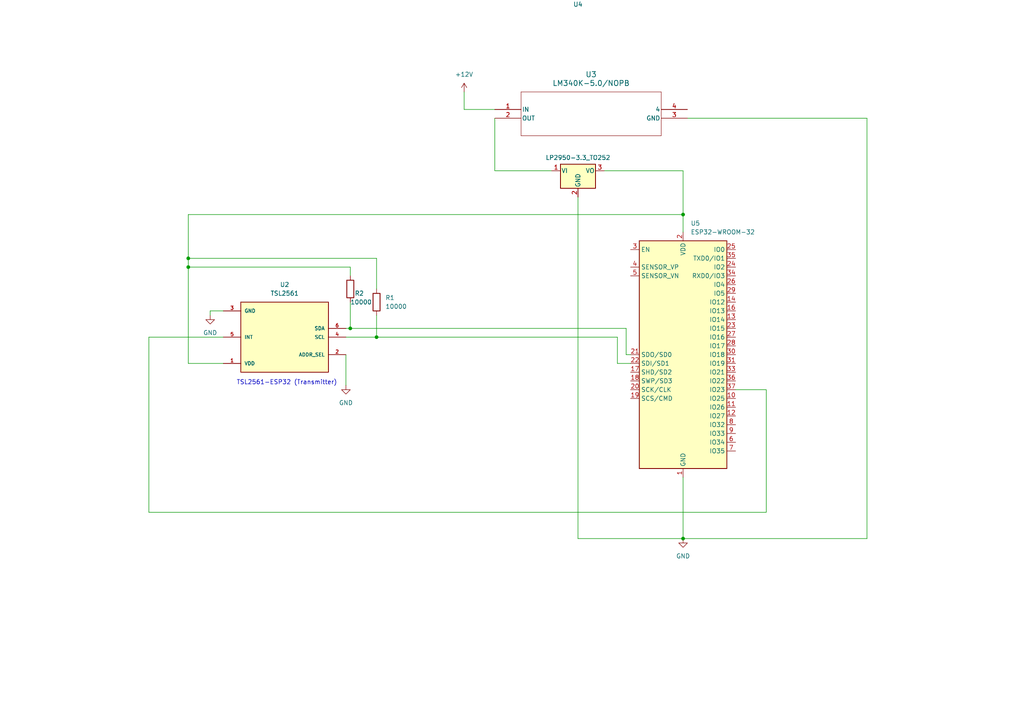
<source format=kicad_sch>
(kicad_sch (version 20230121) (generator eeschema)
  (paper "A4")
  (lib_symbols
    (symbol "Device:R" (pin_numbers hide) (pin_names (offset 0))
      (property "Reference" "R" (at 2.032 0 90))
      (property "Value" "R" (at 0 0 90))
      (symbol "R_0_1"
        (rectangle (start -1.016 -2.54) (end 1.016 2.54) (stroke (width 0.254)))
      )
      (symbol "R_1_1"
        (pin passive line (at 0 3.81 270) (length 1.27) (name "~") (number "1"))
        (pin passive line (at 0 -3.81 90) (length 1.27) (name "~") (number "2"))
      )
    )
    (symbol "LM340K_5:LM340K-5.0_NOPB" (pin_names (offset 0.254))
      (property "Reference" "U" (at 27.94 10.16 0))
      (property "Value" "LM340K-5.0/NOPB" (at 27.94 7.62 0))
      (symbol "LM340K-5.0_NOPB_1_1"
        (polyline (pts (xy 7.62 -7.62) (xy 48.26 -7.62)) (stroke (width 0.127)))
        (polyline (pts (xy 7.62 5.08) (xy 7.62 -7.62)) (stroke (width 0.127)))
        (polyline (pts (xy 48.26 -7.62) (xy 48.26 5.08)) (stroke (width 0.127)))
        (polyline (pts (xy 48.26 5.08) (xy 7.62 5.08)) (stroke (width 0.127)))
        (pin power_in line (at 0 0 0) (length 7.62) (name "IN") (number "1"))
        (pin power_in line (at 0 -2.54 0) (length 7.62) (name "OUT") (number "2"))
        (pin power_in line (at 55.88 -2.54 180) (length 7.62) (name "GND") (number "3"))
        (pin unspecified line (at 55.88 0 180) (length 7.62) (name "4") (number "4"))
      )
    )
    (symbol "RF_Module:ESP32-WROOM-32"
      (property "Reference" "U" (at -12.7 34.29 0))
      (property "Value" "ESP32-WROOM-32" (at 1.27 34.29 0))
      (symbol "ESP32-WROOM-32_0_1"
        (rectangle (start -12.7 33.02) (end 12.7 -33.02) (stroke (width 0.254)) (fill (type background)))
      )
      (symbol "ESP32-WROOM-32_1_1"
        (pin power_in line (at 0 -35.56 90) (length 2.54) (name "GND") (number "1"))
        (pin bidirectional line (at 15.24 -12.7 180) (length 2.54) (name "IO25") (number "10"))
        (pin bidirectional line (at 15.24 -15.24 180) (length 2.54) (name "IO26") (number "11"))
        (pin bidirectional line (at 15.24 -17.78 180) (length 2.54) (name "IO27") (number "12"))
        (pin bidirectional line (at 15.24 10.16 180) (length 2.54) (name "IO14") (number "13"))
        (pin bidirectional line (at 15.24 15.24 180) (length 2.54) (name "IO12") (number "14"))
        (pin passive line (at 0 -35.56 90) (length 2.54) hide (name "GND") (number "15"))
        (pin bidirectional line (at 15.24 12.7 180) (length 2.54) (name "IO13") (number "16"))
        (pin bidirectional line (at -15.24 -5.08 0) (length 2.54) (name "SHD/SD2") (number "17"))
        (pin bidirectional line (at -15.24 -7.62 0) (length 2.54) (name "SWP/SD3") (number "18"))
        (pin bidirectional line (at -15.24 -12.7 0) (length 2.54) (name "SCS/CMD") (number "19"))
        (pin power_in line (at 0 35.56 270) (length 2.54) (name "VDD") (number "2"))
        (pin bidirectional line (at -15.24 -10.16 0) (length 2.54) (name "SCK/CLK") (number "20"))
        (pin bidirectional line (at -15.24 0 0) (length 2.54) (name "SDO/SD0") (number "21"))
        (pin bidirectional line (at -15.24 -2.54 0) (length 2.54) (name "SDI/SD1") (number "22"))
        (pin bidirectional line (at 15.24 7.62 180) (length 2.54) (name "IO15") (number "23"))
        (pin bidirectional line (at 15.24 25.4 180) (length 2.54) (name "IO2") (number "24"))
        (pin bidirectional line (at 15.24 30.48 180) (length 2.54) (name "IO0") (number "25"))
        (pin bidirectional line (at 15.24 20.32 180) (length 2.54) (name "IO4") (number "26"))
        (pin bidirectional line (at 15.24 5.08 180) (length 2.54) (name "IO16") (number "27"))
        (pin bidirectional line (at 15.24 2.54 180) (length 2.54) (name "IO17") (number "28"))
        (pin bidirectional line (at 15.24 17.78 180) (length 2.54) (name "IO5") (number "29"))
        (pin input line (at -15.24 30.48 0) (length 2.54) (name "EN") (number "3"))
        (pin bidirectional line (at 15.24 0 180) (length 2.54) (name "IO18") (number "30"))
        (pin bidirectional line (at 15.24 -2.54 180) (length 2.54) (name "IO19") (number "31"))
        (pin no_connect line (at -12.7 -27.94 0) (length 2.54) hide (name "NC") (number "32"))
        (pin bidirectional line (at 15.24 -5.08 180) (length 2.54) (name "IO21") (number "33"))
        (pin bidirectional line (at 15.24 22.86 180) (length 2.54) (name "RXD0/IO3") (number "34"))
        (pin bidirectional line (at 15.24 27.94 180) (length 2.54) (name "TXD0/IO1") (number "35"))
        (pin bidirectional line (at 15.24 -7.62 180) (length 2.54) (name "IO22") (number "36"))
        (pin bidirectional line (at 15.24 -10.16 180) (length 2.54) (name "IO23") (number "37"))
        (pin passive line (at 0 -35.56 90) (length 2.54) hide (name "GND") (number "38"))
        (pin passive line (at 0 -35.56 90) (length 2.54) hide (name "GND") (number "39"))
        (pin input line (at -15.24 25.4 0) (length 2.54) (name "SENSOR_VP") (number "4"))
        (pin input line (at -15.24 22.86 0) (length 2.54) (name "SENSOR_VN") (number "5"))
        (pin input line (at 15.24 -25.4 180) (length 2.54) (name "IO34") (number "6"))
        (pin input line (at 15.24 -27.94 180) (length 2.54) (name "IO35") (number "7"))
        (pin bidirectional line (at 15.24 -20.32 180) (length 2.54) (name "IO32") (number "8"))
        (pin bidirectional line (at 15.24 -22.86 180) (length 2.54) (name "IO33") (number "9"))
      )
    )
    (symbol "Regulator_Linear:LP2950-3.3_TO252" (pin_names (offset 0.254))
      (property "Reference" "U" (at -3.81 3.175 0))
      (property "Value" "LP2950-3.3_TO252" (at 0 3.175 0))
      (symbol "LP2950-3.3_TO252_0_1"
        (rectangle (start -5.08 1.905) (end 5.08 -5.08) (stroke (width 0.254)) (fill (type background)))
      )
      (symbol "LP2950-3.3_TO252_1_1"
        (pin power_in line (at -7.62 0 0) (length 2.54) (name "VI") (number "1"))
        (pin power_in line (at 0 -7.62 90) (length 2.54) (name "GND") (number "2"))
        (pin power_out line (at 7.62 0 180) (length 2.54) (name "VO") (number "3"))
      )
    )
    (symbol "TSL2561:TSL2561" (pin_names (offset 1.016))
      (property "Reference" "U" (at -12.7 12.7 0))
      (property "Value" "TSL2561" (at -12.7 -12.7 0))
      (symbol "TSL2561_0_0"
        (rectangle (start -12.7 -10.16) (end 12.7 10.16) (stroke (width 0.254)) (fill (type background)))
        (pin power_in line (at 17.78 7.62 180) (length 5.08) (name "VDD") (number "1"))
        (pin input line (at -17.78 5.08 0) (length 5.08) (name "ADDR_SEL") (number "2"))
        (pin power_in line (at 17.78 -7.62 180) (length 5.08) (name "GND") (number "3"))
        (pin input line (at -17.78 0 0) (length 5.08) (name "SCL") (number "4"))
        (pin output line (at 17.78 0 180) (length 5.08) (name "INT") (number "5"))
        (pin bidirectional line (at -17.78 -2.54 0) (length 5.08) (name "SDA") (number "6"))
      )
    )
    (symbol "power:+12V" (power) (pin_names (offset 0))
      (property "Value" "+12V" (at 0 3.556 0))
      (symbol "+12V_0_1"
        (polyline (pts (xy -0.762 1.27) (xy 0 2.54)))
        (polyline (pts (xy 0 0) (xy 0 2.54)))
        (polyline (pts (xy 0 2.54) (xy 0.762 1.27)))
      )
      (symbol "+12V_1_1"
        (pin power_in line (at 0 0 90) (length 0) hide (name "+12V") (number "1"))
      )
    )
    (symbol "power:GND" (power) (pin_names (offset 0))
      (property "Value" "GND" (at 0 -3.81 0))
      (symbol "GND_0_1"
        (polyline (pts (xy 0 0) (xy 0 -1.27) (xy 1.27 -1.27) (xy 0 -2.54) (xy -1.27 -1.27) (xy 0 -1.27)))
      )
      (symbol "GND_1_1"
        (pin power_in line (at 0 0 270) (length 0) hide (name "GND") (number "1"))
      )
    )
  )
  (junction (at 54.61 74.93))
  (junction (at 109.22 97.79))
  (junction (at 54.61 77.47))
  (junction (at 198.12 156.21))
  (junction (at 101.6 95.25))
  (junction (at 198.12 62.23))
  (wire (pts (xy 198.12 62.23) (xy 198.12 49.53)))
  (wire (pts (xy 54.61 77.47) (xy 54.61 105.41)))
  (wire (pts (xy 134.62 31.75) (xy 134.62 26.67)))
  (wire (pts (xy 222.25 148.59) (xy 222.25 113.03)))
  (wire (pts (xy 43.18 148.59) (xy 222.25 148.59)))
  (wire (pts (xy 143.51 49.53) (xy 143.51 34.29)))
  (wire (pts (xy 60.96 91.44) (xy 60.96 90.17)))
  (wire (pts (xy 251.46 34.29) (xy 251.46 156.21)))
  (wire (pts (xy 54.61 62.23) (xy 54.61 74.93)))
  (wire (pts (xy 101.6 87.63) (xy 101.6 95.25)))
  (wire (pts (xy 100.33 97.79) (xy 109.22 97.79)))
  (wire (pts (xy 101.6 77.47) (xy 54.61 77.47)))
  (wire (pts (xy 198.12 138.43) (xy 198.12 156.21)))
  (wire (pts (xy 109.22 91.44) (xy 109.22 97.79)))
  (wire (pts (xy 43.18 97.79) (xy 43.18 148.59)))
  (wire (pts (xy 101.6 95.25) (xy 181.61 95.25)))
  (wire (pts (xy 109.22 97.79) (xy 179.07 97.79)))
  (wire (pts (xy 179.07 97.79) (xy 179.07 105.41)))
  (wire (pts (xy 100.33 95.25) (xy 101.6 95.25)))
  (wire (pts (xy 64.77 97.79) (xy 43.18 97.79)))
  (wire (pts (xy 109.22 83.82) (xy 109.22 74.93)))
  (wire (pts (xy 54.61 74.93) (xy 54.61 77.47)))
  (wire (pts (xy 198.12 49.53) (xy 175.26 49.53)))
  (wire (pts (xy 143.51 49.53) (xy 160.02 49.53)))
  (wire (pts (xy 54.61 105.41) (xy 64.77 105.41)))
  (wire (pts (xy 60.96 90.17) (xy 64.77 90.17)))
  (wire (pts (xy 167.64 57.15) (xy 167.64 156.21)))
  (wire (pts (xy 198.12 156.21) (xy 251.46 156.21)))
  (wire (pts (xy 222.25 113.03) (xy 213.36 113.03)))
  (wire (pts (xy 251.46 34.29) (xy 199.39 34.29)))
  (wire (pts (xy 109.22 74.93) (xy 54.61 74.93)))
  (wire (pts (xy 134.62 31.75) (xy 143.51 31.75)))
  (wire (pts (xy 198.12 62.23) (xy 54.61 62.23)))
  (wire (pts (xy 198.12 67.31) (xy 198.12 62.23)))
  (wire (pts (xy 181.61 102.87) (xy 182.88 102.87)))
  (wire (pts (xy 167.64 156.21) (xy 198.12 156.21)))
  (wire (pts (xy 100.33 102.87) (xy 100.33 111.76)))
  (wire (pts (xy 181.61 95.25) (xy 181.61 102.87)))
  (wire (pts (xy 179.07 105.41) (xy 182.88 105.41)))
  (wire (pts (xy 101.6 80.01) (xy 101.6 77.47)))
  (text "TSL2561-ESP32 (Transmitter)" (at 68.58 111.76 0) (effects (font (size 1.27 1.27)) (justify left bottom)))
  (symbol (lib_id "power:GND") (at 60.96 91.44 0) (unit 1)
    (property "Reference" "#PWR03" (effects hide))
    (property "Value" "GND" (at 60.96 96.52 0))
  )
  (symbol (lib_id "LM340K_5:LM340K-5.0_NOPB") (at 143.51 31.75 0) (unit 1)
    (property "Reference" "U3" (at 171.45 21.59 0) (effects (font (size 1.524 1.524))))
    (property "Value" "LM340K-5.0/NOPB" (at 171.45 24.13 0) (effects (font (size 1.524 1.524))))
    (property "Footprint" "K02A_TEX" (effects hide))
    (property "Datasheet" "LM340K-5.0/NOPB" (effects hide))
  )
  (symbol (lib_id "Device:R") (at 101.6 83.82 0) (unit 1)
    (property "Reference" "R2" (at 102.87 85.09 0) (effects (justify left)))
    (property "Value" "10000" (at 101.6 87.63 0) (effects (justify left)))
  )
  (symbol (lib_id "RF_Module:ESP32-WROOM-32") (at 198.12 102.87 0) (unit 1)
    (property "Reference" "U5" (at 200.3141 64.77 0) (effects (justify left)))
    (property "Value" "ESP32-WROOM-32" (at 200.3141 67.31 0) (effects (justify left)))
    (property "Footprint" "RF_Module:ESP32-WROOM-32" (effects hide))
    (property "Datasheet" "https://www.espressif.com/sites/default/files/documentation/esp32-wroom-32_datasheet_en.pdf" (effects hide))
  )
  (symbol (lib_id "power:GND") (at 198.12 156.21 0) (unit 1)
    (property "Reference" "#PWR02" (effects hide))
    (property "Value" "GND" (at 198.12 161.29 0))
  )
  (symbol (lib_id "power:GND") (at 100.33 111.76 0) (unit 1)
    (property "Reference" "#PWR05" (effects hide))
    (property "Value" "GND" (at 100.33 116.84 0))
  )
  (symbol (lib_id "Regulator_Linear:LP2950-3.3_TO252") (at 167.64 49.53 0) (unit 1)
    (property "Reference" "U4" (at 167.64 1.27 0))
    (property "Value" "LP2950-3.3_TO252" (at 167.64 45.72 0))
    (property "Footprint" "Package_TO_SOT_SMD:TO-252-2" (effects hide))
    (property "Datasheet" "http://www.ti.com/lit/ds/symlink/lp2950.pdf" (effects hide))
  )
  (symbol (lib_id "TSL2561:TSL2561") (at 82.55 97.79 180) (unit 1)
    (property "Reference" "U2" (at 82.55 82.55 0))
    (property "Value" "TSL2561" (at 82.55 85.09 0))
    (property "Footprint" "TSL2561:XDCR_TSL2561" (effects hide))
    (property "MF" "ams" (effects hide))
    (property "MAXIMUM_PACKAGE_HEIGHT" "1.35mm" (effects hide))
    (property "Package" "SMD-6 TAOS" (effects hide))
    (property "Price" "None" (effects hide))
    (property "Check_prices" "https://www.snapeda.com/parts/TSL2561/ams/view-part/?ref=eda" (effects hide))
    (property "STANDARD" "Manufacturer Recommendations" (effects hide))
    (property "PARTREV" "v1-01" (effects hide))
    (property "SnapEDA_Link" "https://www.snapeda.com/parts/TSL2561/ams/view-part/?ref=snap" (effects hide))
    (property "MP" "TSL2561" (effects hide))
    (property "Description" "\nOptical Sensor Ambient 640nm I²C 6-SMD, No Lead\n" (effects hide))
    (property "Availability" "In Stock" (effects hide))
    (property "MANUFACTURER" "AMS" (effects hide))
  )
  (symbol (lib_id "power:+12V") (at 134.62 26.67 0) (unit 1)
    (property "Reference" "#PWR06" (effects hide))
    (property "Value" "+12V" (at 134.62 21.59 0))
  )
  (symbol (lib_id "Device:R") (at 109.22 87.63 0) (unit 1)
    (property "Reference" "R1" (at 111.76 86.36 0) (effects (justify left)))
    (property "Value" "10000" (at 111.76 88.9 0) (effects (justify left)))
  )
)
</source>
